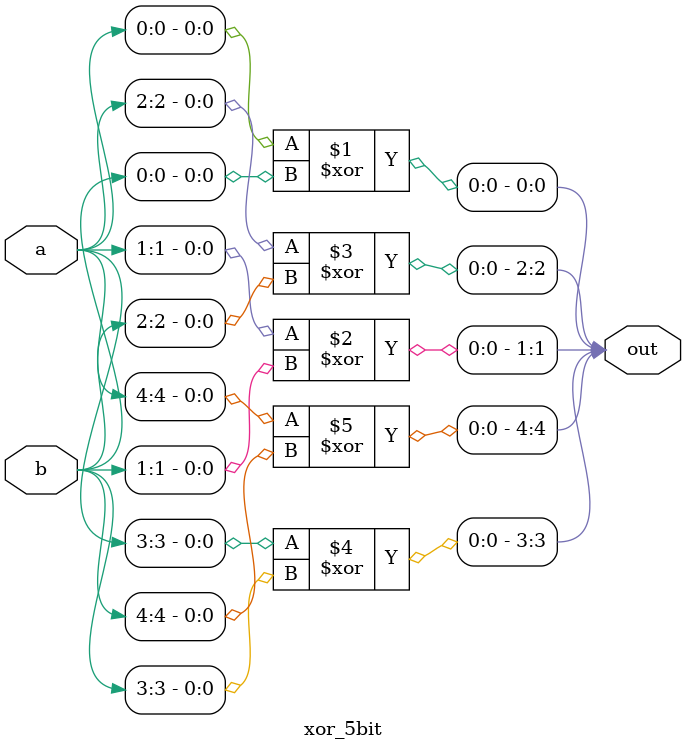
<source format=v>
module xor_5bit (out, a, b);
input [4:0] a, b;
output [4:0] out;

assign out[0] = a[0] ^ b[0];
assign out[1] = a[1] ^ b[1];
assign out[2] = a[2] ^ b[2];		// inputların her biti xor landı
assign out[3] = a[3] ^ b[3];
assign out[4] = a[4] ^ b[4];

endmodule
</source>
